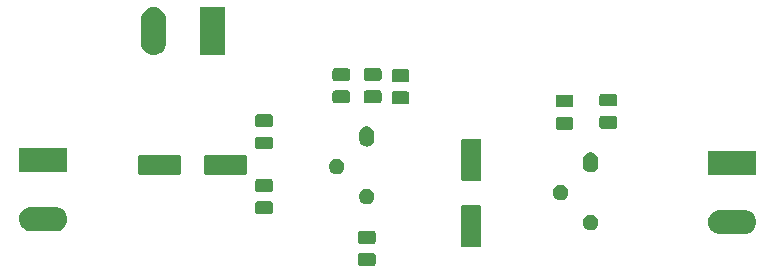
<source format=gbr>
G04 #@! TF.GenerationSoftware,KiCad,Pcbnew,(5.1.4)-1*
G04 #@! TF.CreationDate,2020-12-03T16:53:39+02:00*
G04 #@! TF.ProjectId,Single_transistor_AMP,53696e67-6c65-45f7-9472-616e73697374,V1.0*
G04 #@! TF.SameCoordinates,Original*
G04 #@! TF.FileFunction,Soldermask,Top*
G04 #@! TF.FilePolarity,Negative*
%FSLAX46Y46*%
G04 Gerber Fmt 4.6, Leading zero omitted, Abs format (unit mm)*
G04 Created by KiCad (PCBNEW (5.1.4)-1) date 2020-12-03 16:53:39*
%MOMM*%
%LPD*%
G04 APERTURE LIST*
%ADD10C,0.100000*%
G04 APERTURE END LIST*
D10*
G36*
X190734468Y-124741065D02*
G01*
X190773138Y-124752796D01*
X190808777Y-124771846D01*
X190840017Y-124797483D01*
X190865654Y-124828723D01*
X190884704Y-124864362D01*
X190896435Y-124903032D01*
X190901000Y-124949388D01*
X190901000Y-125600612D01*
X190896435Y-125646968D01*
X190884704Y-125685638D01*
X190865654Y-125721277D01*
X190840017Y-125752517D01*
X190808777Y-125778154D01*
X190773138Y-125797204D01*
X190734468Y-125808935D01*
X190688112Y-125813500D01*
X189611888Y-125813500D01*
X189565532Y-125808935D01*
X189526862Y-125797204D01*
X189491223Y-125778154D01*
X189459983Y-125752517D01*
X189434346Y-125721277D01*
X189415296Y-125685638D01*
X189403565Y-125646968D01*
X189399000Y-125600612D01*
X189399000Y-124949388D01*
X189403565Y-124903032D01*
X189415296Y-124864362D01*
X189434346Y-124828723D01*
X189459983Y-124797483D01*
X189491223Y-124771846D01*
X189526862Y-124752796D01*
X189565532Y-124741065D01*
X189611888Y-124736500D01*
X190688112Y-124736500D01*
X190734468Y-124741065D01*
X190734468Y-124741065D01*
G37*
G36*
X199705997Y-120653051D02*
G01*
X199739652Y-120663261D01*
X199770665Y-120679838D01*
X199797851Y-120702149D01*
X199820162Y-120729335D01*
X199836739Y-120760348D01*
X199846949Y-120794003D01*
X199851000Y-120835138D01*
X199851000Y-124064862D01*
X199846949Y-124105997D01*
X199836739Y-124139652D01*
X199820162Y-124170665D01*
X199797851Y-124197851D01*
X199770665Y-124220162D01*
X199739652Y-124236739D01*
X199705997Y-124246949D01*
X199664862Y-124251000D01*
X198335138Y-124251000D01*
X198294003Y-124246949D01*
X198260348Y-124236739D01*
X198229335Y-124220162D01*
X198202149Y-124197851D01*
X198179838Y-124170665D01*
X198163261Y-124139652D01*
X198153051Y-124105997D01*
X198149000Y-124064862D01*
X198149000Y-120835138D01*
X198153051Y-120794003D01*
X198163261Y-120760348D01*
X198179838Y-120729335D01*
X198202149Y-120702149D01*
X198229335Y-120679838D01*
X198260348Y-120663261D01*
X198294003Y-120653051D01*
X198335138Y-120649000D01*
X199664862Y-120649000D01*
X199705997Y-120653051D01*
X199705997Y-120653051D01*
G37*
G36*
X190734468Y-122866065D02*
G01*
X190773138Y-122877796D01*
X190808777Y-122896846D01*
X190840017Y-122922483D01*
X190865654Y-122953723D01*
X190884704Y-122989362D01*
X190896435Y-123028032D01*
X190901000Y-123074388D01*
X190901000Y-123725612D01*
X190896435Y-123771968D01*
X190884704Y-123810638D01*
X190865654Y-123846277D01*
X190840017Y-123877517D01*
X190808777Y-123903154D01*
X190773138Y-123922204D01*
X190734468Y-123933935D01*
X190688112Y-123938500D01*
X189611888Y-123938500D01*
X189565532Y-123933935D01*
X189526862Y-123922204D01*
X189491223Y-123903154D01*
X189459983Y-123877517D01*
X189434346Y-123846277D01*
X189415296Y-123810638D01*
X189403565Y-123771968D01*
X189399000Y-123725612D01*
X189399000Y-123074388D01*
X189403565Y-123028032D01*
X189415296Y-122989362D01*
X189434346Y-122953723D01*
X189459983Y-122922483D01*
X189491223Y-122896846D01*
X189526862Y-122877796D01*
X189565532Y-122866065D01*
X189611888Y-122861500D01*
X190688112Y-122861500D01*
X190734468Y-122866065D01*
X190734468Y-122866065D01*
G37*
G36*
X222192112Y-121064021D02*
G01*
X222294072Y-121074063D01*
X222490301Y-121133589D01*
X222490303Y-121133590D01*
X222671145Y-121230252D01*
X222829660Y-121360340D01*
X222959748Y-121518855D01*
X223027670Y-121645928D01*
X223056411Y-121699699D01*
X223115937Y-121895928D01*
X223136036Y-122100000D01*
X223115937Y-122304072D01*
X223056411Y-122500301D01*
X223056410Y-122500303D01*
X222959748Y-122681145D01*
X222829660Y-122839660D01*
X222671145Y-122969748D01*
X222562103Y-123028032D01*
X222490301Y-123066411D01*
X222294072Y-123125937D01*
X222192112Y-123135979D01*
X222141133Y-123141000D01*
X220058867Y-123141000D01*
X220007888Y-123135979D01*
X219905928Y-123125937D01*
X219709699Y-123066411D01*
X219637897Y-123028032D01*
X219528855Y-122969748D01*
X219370340Y-122839660D01*
X219240252Y-122681145D01*
X219143590Y-122500303D01*
X219143589Y-122500301D01*
X219084063Y-122304072D01*
X219063964Y-122100000D01*
X219084063Y-121895928D01*
X219143589Y-121699699D01*
X219172330Y-121645928D01*
X219240252Y-121518855D01*
X219370340Y-121360340D01*
X219528855Y-121230252D01*
X219709697Y-121133590D01*
X219709699Y-121133589D01*
X219905928Y-121074063D01*
X220007888Y-121064021D01*
X220058867Y-121059000D01*
X222141133Y-121059000D01*
X222192112Y-121064021D01*
X222192112Y-121064021D01*
G37*
G36*
X163833441Y-120813167D02*
G01*
X163944072Y-120824063D01*
X164140301Y-120883589D01*
X164140303Y-120883590D01*
X164321145Y-120980252D01*
X164479660Y-121110340D01*
X164609748Y-121268855D01*
X164678352Y-121397204D01*
X164706411Y-121449699D01*
X164765937Y-121645928D01*
X164786036Y-121850000D01*
X164765937Y-122054072D01*
X164742904Y-122130000D01*
X164706410Y-122250303D01*
X164609748Y-122431145D01*
X164479660Y-122589660D01*
X164321145Y-122719748D01*
X164224174Y-122771580D01*
X164140301Y-122816411D01*
X163944072Y-122875937D01*
X163842112Y-122885979D01*
X163791133Y-122891000D01*
X161708867Y-122891000D01*
X161657888Y-122885979D01*
X161555928Y-122875937D01*
X161359699Y-122816411D01*
X161275826Y-122771580D01*
X161178855Y-122719748D01*
X161020340Y-122589660D01*
X160890252Y-122431145D01*
X160793590Y-122250303D01*
X160757096Y-122130000D01*
X160734063Y-122054072D01*
X160713964Y-121850000D01*
X160734063Y-121645928D01*
X160793589Y-121449699D01*
X160821648Y-121397204D01*
X160890252Y-121268855D01*
X161020340Y-121110340D01*
X161178855Y-120980252D01*
X161359697Y-120883590D01*
X161359699Y-120883589D01*
X161555928Y-120824063D01*
X161666559Y-120813167D01*
X161708867Y-120809000D01*
X163791133Y-120809000D01*
X163833441Y-120813167D01*
X163833441Y-120813167D01*
G37*
G36*
X209163855Y-121482140D02*
G01*
X209227618Y-121488420D01*
X209318404Y-121515960D01*
X209350336Y-121525646D01*
X209463425Y-121586094D01*
X209562554Y-121667446D01*
X209643906Y-121766575D01*
X209704354Y-121879664D01*
X209709288Y-121895930D01*
X209741580Y-122002382D01*
X209754149Y-122130000D01*
X209741580Y-122257618D01*
X209727489Y-122304070D01*
X209704354Y-122380336D01*
X209643906Y-122493425D01*
X209562554Y-122592554D01*
X209463425Y-122673906D01*
X209350336Y-122734354D01*
X209318404Y-122744040D01*
X209227618Y-122771580D01*
X209163855Y-122777860D01*
X209131974Y-122781000D01*
X209068026Y-122781000D01*
X209036145Y-122777860D01*
X208972382Y-122771580D01*
X208881596Y-122744040D01*
X208849664Y-122734354D01*
X208736575Y-122673906D01*
X208637446Y-122592554D01*
X208556094Y-122493425D01*
X208495646Y-122380336D01*
X208472511Y-122304070D01*
X208458420Y-122257618D01*
X208445851Y-122130000D01*
X208458420Y-122002382D01*
X208490712Y-121895930D01*
X208495646Y-121879664D01*
X208556094Y-121766575D01*
X208637446Y-121667446D01*
X208736575Y-121586094D01*
X208849664Y-121525646D01*
X208881596Y-121515960D01*
X208972382Y-121488420D01*
X209036145Y-121482140D01*
X209068026Y-121479000D01*
X209131974Y-121479000D01*
X209163855Y-121482140D01*
X209163855Y-121482140D01*
G37*
G36*
X182034468Y-120341065D02*
G01*
X182073138Y-120352796D01*
X182108777Y-120371846D01*
X182140017Y-120397483D01*
X182165654Y-120428723D01*
X182184704Y-120464362D01*
X182196435Y-120503032D01*
X182201000Y-120549388D01*
X182201000Y-121200612D01*
X182196435Y-121246968D01*
X182184704Y-121285638D01*
X182165654Y-121321277D01*
X182140017Y-121352517D01*
X182108777Y-121378154D01*
X182073138Y-121397204D01*
X182034468Y-121408935D01*
X181988112Y-121413500D01*
X180911888Y-121413500D01*
X180865532Y-121408935D01*
X180826862Y-121397204D01*
X180791223Y-121378154D01*
X180759983Y-121352517D01*
X180734346Y-121321277D01*
X180715296Y-121285638D01*
X180703565Y-121246968D01*
X180699000Y-121200612D01*
X180699000Y-120549388D01*
X180703565Y-120503032D01*
X180715296Y-120464362D01*
X180734346Y-120428723D01*
X180759983Y-120397483D01*
X180791223Y-120371846D01*
X180826862Y-120352796D01*
X180865532Y-120341065D01*
X180911888Y-120336500D01*
X181988112Y-120336500D01*
X182034468Y-120341065D01*
X182034468Y-120341065D01*
G37*
G36*
X190213855Y-119282140D02*
G01*
X190277618Y-119288420D01*
X190368404Y-119315960D01*
X190400336Y-119325646D01*
X190513425Y-119386094D01*
X190612554Y-119467446D01*
X190693906Y-119566575D01*
X190754354Y-119679664D01*
X190754355Y-119679668D01*
X190791580Y-119802382D01*
X190804149Y-119930000D01*
X190791580Y-120057618D01*
X190768438Y-120133906D01*
X190754354Y-120180336D01*
X190693906Y-120293425D01*
X190612554Y-120392554D01*
X190513425Y-120473906D01*
X190400336Y-120534354D01*
X190368404Y-120544040D01*
X190277618Y-120571580D01*
X190213855Y-120577860D01*
X190181974Y-120581000D01*
X190118026Y-120581000D01*
X190086145Y-120577860D01*
X190022382Y-120571580D01*
X189931596Y-120544040D01*
X189899664Y-120534354D01*
X189786575Y-120473906D01*
X189687446Y-120392554D01*
X189606094Y-120293425D01*
X189545646Y-120180336D01*
X189531562Y-120133906D01*
X189508420Y-120057618D01*
X189495851Y-119930000D01*
X189508420Y-119802382D01*
X189545645Y-119679668D01*
X189545646Y-119679664D01*
X189606094Y-119566575D01*
X189687446Y-119467446D01*
X189786575Y-119386094D01*
X189899664Y-119325646D01*
X189931596Y-119315960D01*
X190022382Y-119288420D01*
X190086145Y-119282140D01*
X190118026Y-119279000D01*
X190181974Y-119279000D01*
X190213855Y-119282140D01*
X190213855Y-119282140D01*
G37*
G36*
X206623855Y-118942140D02*
G01*
X206687618Y-118948420D01*
X206778404Y-118975960D01*
X206810336Y-118985646D01*
X206923425Y-119046094D01*
X207022554Y-119127446D01*
X207103906Y-119226575D01*
X207164354Y-119339664D01*
X207164355Y-119339668D01*
X207201580Y-119462382D01*
X207214149Y-119590000D01*
X207201580Y-119717618D01*
X207175867Y-119802382D01*
X207164354Y-119840336D01*
X207103906Y-119953425D01*
X207022554Y-120052554D01*
X206923425Y-120133906D01*
X206810336Y-120194354D01*
X206778404Y-120204040D01*
X206687618Y-120231580D01*
X206623855Y-120237860D01*
X206591974Y-120241000D01*
X206528026Y-120241000D01*
X206496145Y-120237860D01*
X206432382Y-120231580D01*
X206341596Y-120204040D01*
X206309664Y-120194354D01*
X206196575Y-120133906D01*
X206097446Y-120052554D01*
X206016094Y-119953425D01*
X205955646Y-119840336D01*
X205944133Y-119802382D01*
X205918420Y-119717618D01*
X205905851Y-119590000D01*
X205918420Y-119462382D01*
X205955645Y-119339668D01*
X205955646Y-119339664D01*
X206016094Y-119226575D01*
X206097446Y-119127446D01*
X206196575Y-119046094D01*
X206309664Y-118985646D01*
X206341596Y-118975960D01*
X206432382Y-118948420D01*
X206496145Y-118942140D01*
X206528026Y-118939000D01*
X206591974Y-118939000D01*
X206623855Y-118942140D01*
X206623855Y-118942140D01*
G37*
G36*
X182034468Y-118466065D02*
G01*
X182073138Y-118477796D01*
X182108777Y-118496846D01*
X182140017Y-118522483D01*
X182165654Y-118553723D01*
X182184704Y-118589362D01*
X182196435Y-118628032D01*
X182201000Y-118674388D01*
X182201000Y-119325612D01*
X182196435Y-119371968D01*
X182184704Y-119410638D01*
X182165654Y-119446277D01*
X182140017Y-119477517D01*
X182108777Y-119503154D01*
X182073138Y-119522204D01*
X182034468Y-119533935D01*
X181988112Y-119538500D01*
X180911888Y-119538500D01*
X180865532Y-119533935D01*
X180826862Y-119522204D01*
X180791223Y-119503154D01*
X180759983Y-119477517D01*
X180734346Y-119446277D01*
X180715296Y-119410638D01*
X180703565Y-119371968D01*
X180699000Y-119325612D01*
X180699000Y-118674388D01*
X180703565Y-118628032D01*
X180715296Y-118589362D01*
X180734346Y-118553723D01*
X180759983Y-118522483D01*
X180791223Y-118496846D01*
X180826862Y-118477796D01*
X180865532Y-118466065D01*
X180911888Y-118461500D01*
X181988112Y-118461500D01*
X182034468Y-118466065D01*
X182034468Y-118466065D01*
G37*
G36*
X199705997Y-115053051D02*
G01*
X199739652Y-115063261D01*
X199770665Y-115079838D01*
X199797851Y-115102149D01*
X199820162Y-115129335D01*
X199836739Y-115160348D01*
X199846949Y-115194003D01*
X199851000Y-115235138D01*
X199851000Y-118464862D01*
X199846949Y-118505997D01*
X199836739Y-118539652D01*
X199820162Y-118570665D01*
X199797851Y-118597851D01*
X199770665Y-118620162D01*
X199739652Y-118636739D01*
X199705997Y-118646949D01*
X199664862Y-118651000D01*
X198335138Y-118651000D01*
X198294003Y-118646949D01*
X198260348Y-118636739D01*
X198229335Y-118620162D01*
X198202149Y-118597851D01*
X198179838Y-118570665D01*
X198163261Y-118539652D01*
X198153051Y-118505997D01*
X198149000Y-118464862D01*
X198149000Y-115235138D01*
X198153051Y-115194003D01*
X198163261Y-115160348D01*
X198179838Y-115129335D01*
X198202149Y-115102149D01*
X198229335Y-115079838D01*
X198260348Y-115063261D01*
X198294003Y-115053051D01*
X198335138Y-115049000D01*
X199664862Y-115049000D01*
X199705997Y-115053051D01*
X199705997Y-115053051D01*
G37*
G36*
X223131000Y-118141000D02*
G01*
X219069000Y-118141000D01*
X219069000Y-116059000D01*
X223131000Y-116059000D01*
X223131000Y-118141000D01*
X223131000Y-118141000D01*
G37*
G36*
X179855997Y-116403051D02*
G01*
X179889652Y-116413261D01*
X179920665Y-116429838D01*
X179947851Y-116452149D01*
X179970162Y-116479335D01*
X179986739Y-116510348D01*
X179996949Y-116544003D01*
X180001000Y-116585138D01*
X180001000Y-117914862D01*
X179996949Y-117955997D01*
X179986739Y-117989652D01*
X179970162Y-118020665D01*
X179947851Y-118047851D01*
X179920665Y-118070162D01*
X179889652Y-118086739D01*
X179855997Y-118096949D01*
X179814862Y-118101000D01*
X176585138Y-118101000D01*
X176544003Y-118096949D01*
X176510348Y-118086739D01*
X176479335Y-118070162D01*
X176452149Y-118047851D01*
X176429838Y-118020665D01*
X176413261Y-117989652D01*
X176403051Y-117955997D01*
X176399000Y-117914862D01*
X176399000Y-116585138D01*
X176403051Y-116544003D01*
X176413261Y-116510348D01*
X176429838Y-116479335D01*
X176452149Y-116452149D01*
X176479335Y-116429838D01*
X176510348Y-116413261D01*
X176544003Y-116403051D01*
X176585138Y-116399000D01*
X179814862Y-116399000D01*
X179855997Y-116403051D01*
X179855997Y-116403051D01*
G37*
G36*
X174255997Y-116403051D02*
G01*
X174289652Y-116413261D01*
X174320665Y-116429838D01*
X174347851Y-116452149D01*
X174370162Y-116479335D01*
X174386739Y-116510348D01*
X174396949Y-116544003D01*
X174401000Y-116585138D01*
X174401000Y-117914862D01*
X174396949Y-117955997D01*
X174386739Y-117989652D01*
X174370162Y-118020665D01*
X174347851Y-118047851D01*
X174320665Y-118070162D01*
X174289652Y-118086739D01*
X174255997Y-118096949D01*
X174214862Y-118101000D01*
X170985138Y-118101000D01*
X170944003Y-118096949D01*
X170910348Y-118086739D01*
X170879335Y-118070162D01*
X170852149Y-118047851D01*
X170829838Y-118020665D01*
X170813261Y-117989652D01*
X170803051Y-117955997D01*
X170799000Y-117914862D01*
X170799000Y-116585138D01*
X170803051Y-116544003D01*
X170813261Y-116510348D01*
X170829838Y-116479335D01*
X170852149Y-116452149D01*
X170879335Y-116429838D01*
X170910348Y-116413261D01*
X170944003Y-116403051D01*
X170985138Y-116399000D01*
X174214862Y-116399000D01*
X174255997Y-116403051D01*
X174255997Y-116403051D01*
G37*
G36*
X187673855Y-116742140D02*
G01*
X187737618Y-116748420D01*
X187828404Y-116775960D01*
X187860336Y-116785646D01*
X187973425Y-116846094D01*
X188072554Y-116927446D01*
X188153906Y-117026575D01*
X188214354Y-117139664D01*
X188214355Y-117139668D01*
X188251580Y-117262382D01*
X188264149Y-117390000D01*
X188251580Y-117517618D01*
X188224040Y-117608404D01*
X188214354Y-117640336D01*
X188153906Y-117753425D01*
X188072554Y-117852554D01*
X187973425Y-117933906D01*
X187860336Y-117994354D01*
X187828404Y-118004040D01*
X187737618Y-118031580D01*
X187673855Y-118037860D01*
X187641974Y-118041000D01*
X187578026Y-118041000D01*
X187546145Y-118037860D01*
X187482382Y-118031580D01*
X187391596Y-118004040D01*
X187359664Y-117994354D01*
X187246575Y-117933906D01*
X187147446Y-117852554D01*
X187066094Y-117753425D01*
X187005646Y-117640336D01*
X186995960Y-117608404D01*
X186968420Y-117517618D01*
X186955851Y-117390000D01*
X186968420Y-117262382D01*
X187005645Y-117139668D01*
X187005646Y-117139664D01*
X187066094Y-117026575D01*
X187147446Y-116927446D01*
X187246575Y-116846094D01*
X187359664Y-116785646D01*
X187391596Y-116775960D01*
X187482382Y-116748420D01*
X187546145Y-116742140D01*
X187578026Y-116739000D01*
X187641974Y-116739000D01*
X187673855Y-116742140D01*
X187673855Y-116742140D01*
G37*
G36*
X209227618Y-116208420D02*
G01*
X209318404Y-116235960D01*
X209350336Y-116245646D01*
X209463425Y-116306094D01*
X209562554Y-116387446D01*
X209643906Y-116486575D01*
X209704354Y-116599664D01*
X209704355Y-116599668D01*
X209741580Y-116722382D01*
X209751000Y-116818028D01*
X209751000Y-117281973D01*
X209741580Y-117377618D01*
X209714040Y-117468404D01*
X209704354Y-117500336D01*
X209643906Y-117613425D01*
X209562554Y-117712553D01*
X209463424Y-117793906D01*
X209350335Y-117854354D01*
X209318403Y-117864040D01*
X209227617Y-117891580D01*
X209100000Y-117904149D01*
X208972382Y-117891580D01*
X208881596Y-117864040D01*
X208849664Y-117854354D01*
X208736575Y-117793906D01*
X208637447Y-117712554D01*
X208556094Y-117613424D01*
X208495646Y-117500335D01*
X208485960Y-117468403D01*
X208458420Y-117377617D01*
X208449000Y-117281972D01*
X208449000Y-116818027D01*
X208458420Y-116722382D01*
X208495645Y-116599668D01*
X208495646Y-116599664D01*
X208556094Y-116486575D01*
X208637447Y-116387447D01*
X208736576Y-116306094D01*
X208849665Y-116245646D01*
X208881597Y-116235960D01*
X208972383Y-116208420D01*
X209100000Y-116195851D01*
X209227618Y-116208420D01*
X209227618Y-116208420D01*
G37*
G36*
X164781000Y-117891000D02*
G01*
X160719000Y-117891000D01*
X160719000Y-115809000D01*
X164781000Y-115809000D01*
X164781000Y-117891000D01*
X164781000Y-117891000D01*
G37*
G36*
X182034468Y-114866065D02*
G01*
X182073138Y-114877796D01*
X182108777Y-114896846D01*
X182140017Y-114922483D01*
X182165654Y-114953723D01*
X182184704Y-114989362D01*
X182196435Y-115028032D01*
X182201000Y-115074388D01*
X182201000Y-115725612D01*
X182196435Y-115771968D01*
X182184704Y-115810638D01*
X182165654Y-115846277D01*
X182140017Y-115877517D01*
X182108777Y-115903154D01*
X182073138Y-115922204D01*
X182034468Y-115933935D01*
X181988112Y-115938500D01*
X180911888Y-115938500D01*
X180865532Y-115933935D01*
X180826862Y-115922204D01*
X180791223Y-115903154D01*
X180759983Y-115877517D01*
X180734346Y-115846277D01*
X180715296Y-115810638D01*
X180703565Y-115771968D01*
X180699000Y-115725612D01*
X180699000Y-115074388D01*
X180703565Y-115028032D01*
X180715296Y-114989362D01*
X180734346Y-114953723D01*
X180759983Y-114922483D01*
X180791223Y-114896846D01*
X180826862Y-114877796D01*
X180865532Y-114866065D01*
X180911888Y-114861500D01*
X181988112Y-114861500D01*
X182034468Y-114866065D01*
X182034468Y-114866065D01*
G37*
G36*
X190277618Y-114008420D02*
G01*
X190342672Y-114028154D01*
X190400336Y-114045646D01*
X190513425Y-114106094D01*
X190612554Y-114187446D01*
X190693906Y-114286575D01*
X190754354Y-114399664D01*
X190754355Y-114399668D01*
X190791580Y-114522382D01*
X190801000Y-114618028D01*
X190801000Y-115081973D01*
X190791580Y-115177618D01*
X190780796Y-115213167D01*
X190754354Y-115300336D01*
X190693906Y-115413425D01*
X190612554Y-115512553D01*
X190513424Y-115593906D01*
X190400335Y-115654354D01*
X190368403Y-115664040D01*
X190277617Y-115691580D01*
X190150000Y-115704149D01*
X190022382Y-115691580D01*
X189931596Y-115664040D01*
X189899664Y-115654354D01*
X189786575Y-115593906D01*
X189687447Y-115512554D01*
X189606094Y-115413424D01*
X189545646Y-115300335D01*
X189513391Y-115194003D01*
X189508420Y-115177617D01*
X189499000Y-115081972D01*
X189499000Y-114618027D01*
X189508420Y-114522382D01*
X189545645Y-114399668D01*
X189545646Y-114399664D01*
X189606094Y-114286575D01*
X189687447Y-114187447D01*
X189786576Y-114106094D01*
X189899665Y-114045646D01*
X189957329Y-114028154D01*
X190022383Y-114008420D01*
X190150000Y-113995851D01*
X190277618Y-114008420D01*
X190277618Y-114008420D01*
G37*
G36*
X207484468Y-113203565D02*
G01*
X207523138Y-113215296D01*
X207558777Y-113234346D01*
X207590017Y-113259983D01*
X207615654Y-113291223D01*
X207634704Y-113326862D01*
X207646435Y-113365532D01*
X207651000Y-113411888D01*
X207651000Y-114063112D01*
X207646435Y-114109468D01*
X207634704Y-114148138D01*
X207615654Y-114183777D01*
X207590017Y-114215017D01*
X207558777Y-114240654D01*
X207523138Y-114259704D01*
X207484468Y-114271435D01*
X207438112Y-114276000D01*
X206361888Y-114276000D01*
X206315532Y-114271435D01*
X206276862Y-114259704D01*
X206241223Y-114240654D01*
X206209983Y-114215017D01*
X206184346Y-114183777D01*
X206165296Y-114148138D01*
X206153565Y-114109468D01*
X206149000Y-114063112D01*
X206149000Y-113411888D01*
X206153565Y-113365532D01*
X206165296Y-113326862D01*
X206184346Y-113291223D01*
X206209983Y-113259983D01*
X206241223Y-113234346D01*
X206276862Y-113215296D01*
X206315532Y-113203565D01*
X206361888Y-113199000D01*
X207438112Y-113199000D01*
X207484468Y-113203565D01*
X207484468Y-113203565D01*
G37*
G36*
X211184468Y-113116065D02*
G01*
X211223138Y-113127796D01*
X211258777Y-113146846D01*
X211290017Y-113172483D01*
X211315654Y-113203723D01*
X211334704Y-113239362D01*
X211346435Y-113278032D01*
X211351000Y-113324388D01*
X211351000Y-113975612D01*
X211346435Y-114021968D01*
X211334704Y-114060638D01*
X211315654Y-114096277D01*
X211290017Y-114127517D01*
X211258777Y-114153154D01*
X211223138Y-114172204D01*
X211184468Y-114183935D01*
X211138112Y-114188500D01*
X210061888Y-114188500D01*
X210015532Y-114183935D01*
X209976862Y-114172204D01*
X209941223Y-114153154D01*
X209909983Y-114127517D01*
X209884346Y-114096277D01*
X209865296Y-114060638D01*
X209853565Y-114021968D01*
X209849000Y-113975612D01*
X209849000Y-113324388D01*
X209853565Y-113278032D01*
X209865296Y-113239362D01*
X209884346Y-113203723D01*
X209909983Y-113172483D01*
X209941223Y-113146846D01*
X209976862Y-113127796D01*
X210015532Y-113116065D01*
X210061888Y-113111500D01*
X211138112Y-113111500D01*
X211184468Y-113116065D01*
X211184468Y-113116065D01*
G37*
G36*
X182034468Y-112991065D02*
G01*
X182073138Y-113002796D01*
X182108777Y-113021846D01*
X182140017Y-113047483D01*
X182165654Y-113078723D01*
X182184704Y-113114362D01*
X182196435Y-113153032D01*
X182201000Y-113199388D01*
X182201000Y-113850612D01*
X182196435Y-113896968D01*
X182184704Y-113935638D01*
X182165654Y-113971277D01*
X182140017Y-114002517D01*
X182108777Y-114028154D01*
X182073138Y-114047204D01*
X182034468Y-114058935D01*
X181988112Y-114063500D01*
X180911888Y-114063500D01*
X180865532Y-114058935D01*
X180826862Y-114047204D01*
X180791223Y-114028154D01*
X180759983Y-114002517D01*
X180734346Y-113971277D01*
X180715296Y-113935638D01*
X180703565Y-113896968D01*
X180699000Y-113850612D01*
X180699000Y-113199388D01*
X180703565Y-113153032D01*
X180715296Y-113114362D01*
X180734346Y-113078723D01*
X180759983Y-113047483D01*
X180791223Y-113021846D01*
X180826862Y-113002796D01*
X180865532Y-112991065D01*
X180911888Y-112986500D01*
X181988112Y-112986500D01*
X182034468Y-112991065D01*
X182034468Y-112991065D01*
G37*
G36*
X207484468Y-111328565D02*
G01*
X207523138Y-111340296D01*
X207558777Y-111359346D01*
X207590017Y-111384983D01*
X207615654Y-111416223D01*
X207634704Y-111451862D01*
X207646435Y-111490532D01*
X207651000Y-111536888D01*
X207651000Y-112188112D01*
X207646435Y-112234468D01*
X207634704Y-112273138D01*
X207615654Y-112308777D01*
X207590017Y-112340017D01*
X207558777Y-112365654D01*
X207523138Y-112384704D01*
X207484468Y-112396435D01*
X207438112Y-112401000D01*
X206361888Y-112401000D01*
X206315532Y-112396435D01*
X206276862Y-112384704D01*
X206241223Y-112365654D01*
X206209983Y-112340017D01*
X206184346Y-112308777D01*
X206165296Y-112273138D01*
X206153565Y-112234468D01*
X206149000Y-112188112D01*
X206149000Y-111536888D01*
X206153565Y-111490532D01*
X206165296Y-111451862D01*
X206184346Y-111416223D01*
X206209983Y-111384983D01*
X206241223Y-111359346D01*
X206276862Y-111340296D01*
X206315532Y-111328565D01*
X206361888Y-111324000D01*
X207438112Y-111324000D01*
X207484468Y-111328565D01*
X207484468Y-111328565D01*
G37*
G36*
X211184468Y-111241065D02*
G01*
X211223138Y-111252796D01*
X211258777Y-111271846D01*
X211290017Y-111297483D01*
X211315654Y-111328723D01*
X211334704Y-111364362D01*
X211346435Y-111403032D01*
X211351000Y-111449388D01*
X211351000Y-112100612D01*
X211346435Y-112146968D01*
X211334704Y-112185638D01*
X211315654Y-112221277D01*
X211290017Y-112252517D01*
X211258777Y-112278154D01*
X211223138Y-112297204D01*
X211184468Y-112308935D01*
X211138112Y-112313500D01*
X210061888Y-112313500D01*
X210015532Y-112308935D01*
X209976862Y-112297204D01*
X209941223Y-112278154D01*
X209909983Y-112252517D01*
X209884346Y-112221277D01*
X209865296Y-112185638D01*
X209853565Y-112146968D01*
X209849000Y-112100612D01*
X209849000Y-111449388D01*
X209853565Y-111403032D01*
X209865296Y-111364362D01*
X209884346Y-111328723D01*
X209909983Y-111297483D01*
X209941223Y-111271846D01*
X209976862Y-111252796D01*
X210015532Y-111241065D01*
X210061888Y-111236500D01*
X211138112Y-111236500D01*
X211184468Y-111241065D01*
X211184468Y-111241065D01*
G37*
G36*
X193584468Y-111041065D02*
G01*
X193623138Y-111052796D01*
X193658777Y-111071846D01*
X193690017Y-111097483D01*
X193715654Y-111128723D01*
X193734704Y-111164362D01*
X193746435Y-111203032D01*
X193751000Y-111249388D01*
X193751000Y-111900612D01*
X193746435Y-111946968D01*
X193734704Y-111985638D01*
X193715654Y-112021277D01*
X193690017Y-112052517D01*
X193658777Y-112078154D01*
X193623138Y-112097204D01*
X193584468Y-112108935D01*
X193538112Y-112113500D01*
X192461888Y-112113500D01*
X192415532Y-112108935D01*
X192376862Y-112097204D01*
X192341223Y-112078154D01*
X192309983Y-112052517D01*
X192284346Y-112021277D01*
X192265296Y-111985638D01*
X192253565Y-111946968D01*
X192249000Y-111900612D01*
X192249000Y-111249388D01*
X192253565Y-111203032D01*
X192265296Y-111164362D01*
X192284346Y-111128723D01*
X192309983Y-111097483D01*
X192341223Y-111071846D01*
X192376862Y-111052796D01*
X192415532Y-111041065D01*
X192461888Y-111036500D01*
X193538112Y-111036500D01*
X193584468Y-111041065D01*
X193584468Y-111041065D01*
G37*
G36*
X188584468Y-110966065D02*
G01*
X188623138Y-110977796D01*
X188658777Y-110996846D01*
X188690017Y-111022483D01*
X188715654Y-111053723D01*
X188734704Y-111089362D01*
X188746435Y-111128032D01*
X188751000Y-111174388D01*
X188751000Y-111825612D01*
X188746435Y-111871968D01*
X188734704Y-111910638D01*
X188715654Y-111946277D01*
X188690017Y-111977517D01*
X188658777Y-112003154D01*
X188623138Y-112022204D01*
X188584468Y-112033935D01*
X188538112Y-112038500D01*
X187461888Y-112038500D01*
X187415532Y-112033935D01*
X187376862Y-112022204D01*
X187341223Y-112003154D01*
X187309983Y-111977517D01*
X187284346Y-111946277D01*
X187265296Y-111910638D01*
X187253565Y-111871968D01*
X187249000Y-111825612D01*
X187249000Y-111174388D01*
X187253565Y-111128032D01*
X187265296Y-111089362D01*
X187284346Y-111053723D01*
X187309983Y-111022483D01*
X187341223Y-110996846D01*
X187376862Y-110977796D01*
X187415532Y-110966065D01*
X187461888Y-110961500D01*
X188538112Y-110961500D01*
X188584468Y-110966065D01*
X188584468Y-110966065D01*
G37*
G36*
X191234468Y-110953565D02*
G01*
X191273138Y-110965296D01*
X191308777Y-110984346D01*
X191340017Y-111009983D01*
X191365654Y-111041223D01*
X191384704Y-111076862D01*
X191396435Y-111115532D01*
X191401000Y-111161888D01*
X191401000Y-111813112D01*
X191396435Y-111859468D01*
X191384704Y-111898138D01*
X191365654Y-111933777D01*
X191340017Y-111965017D01*
X191308777Y-111990654D01*
X191273138Y-112009704D01*
X191234468Y-112021435D01*
X191188112Y-112026000D01*
X190111888Y-112026000D01*
X190065532Y-112021435D01*
X190026862Y-112009704D01*
X189991223Y-111990654D01*
X189959983Y-111965017D01*
X189934346Y-111933777D01*
X189915296Y-111898138D01*
X189903565Y-111859468D01*
X189899000Y-111813112D01*
X189899000Y-111161888D01*
X189903565Y-111115532D01*
X189915296Y-111076862D01*
X189934346Y-111041223D01*
X189959983Y-111009983D01*
X189991223Y-110984346D01*
X190026862Y-110965296D01*
X190065532Y-110953565D01*
X190111888Y-110949000D01*
X191188112Y-110949000D01*
X191234468Y-110953565D01*
X191234468Y-110953565D01*
G37*
G36*
X193584468Y-109166065D02*
G01*
X193623138Y-109177796D01*
X193658777Y-109196846D01*
X193690017Y-109222483D01*
X193715654Y-109253723D01*
X193734704Y-109289362D01*
X193746435Y-109328032D01*
X193751000Y-109374388D01*
X193751000Y-110025612D01*
X193746435Y-110071968D01*
X193734704Y-110110638D01*
X193715654Y-110146277D01*
X193690017Y-110177517D01*
X193658777Y-110203154D01*
X193623138Y-110222204D01*
X193584468Y-110233935D01*
X193538112Y-110238500D01*
X192461888Y-110238500D01*
X192415532Y-110233935D01*
X192376862Y-110222204D01*
X192341223Y-110203154D01*
X192309983Y-110177517D01*
X192284346Y-110146277D01*
X192265296Y-110110638D01*
X192253565Y-110071968D01*
X192249000Y-110025612D01*
X192249000Y-109374388D01*
X192253565Y-109328032D01*
X192265296Y-109289362D01*
X192284346Y-109253723D01*
X192309983Y-109222483D01*
X192341223Y-109196846D01*
X192376862Y-109177796D01*
X192415532Y-109166065D01*
X192461888Y-109161500D01*
X193538112Y-109161500D01*
X193584468Y-109166065D01*
X193584468Y-109166065D01*
G37*
G36*
X188584468Y-109091065D02*
G01*
X188623138Y-109102796D01*
X188658777Y-109121846D01*
X188690017Y-109147483D01*
X188715654Y-109178723D01*
X188734704Y-109214362D01*
X188746435Y-109253032D01*
X188751000Y-109299388D01*
X188751000Y-109950612D01*
X188746435Y-109996968D01*
X188734704Y-110035638D01*
X188715654Y-110071277D01*
X188690017Y-110102517D01*
X188658777Y-110128154D01*
X188623138Y-110147204D01*
X188584468Y-110158935D01*
X188538112Y-110163500D01*
X187461888Y-110163500D01*
X187415532Y-110158935D01*
X187376862Y-110147204D01*
X187341223Y-110128154D01*
X187309983Y-110102517D01*
X187284346Y-110071277D01*
X187265296Y-110035638D01*
X187253565Y-109996968D01*
X187249000Y-109950612D01*
X187249000Y-109299388D01*
X187253565Y-109253032D01*
X187265296Y-109214362D01*
X187284346Y-109178723D01*
X187309983Y-109147483D01*
X187341223Y-109121846D01*
X187376862Y-109102796D01*
X187415532Y-109091065D01*
X187461888Y-109086500D01*
X188538112Y-109086500D01*
X188584468Y-109091065D01*
X188584468Y-109091065D01*
G37*
G36*
X191234468Y-109078565D02*
G01*
X191273138Y-109090296D01*
X191308777Y-109109346D01*
X191340017Y-109134983D01*
X191365654Y-109166223D01*
X191384704Y-109201862D01*
X191396435Y-109240532D01*
X191401000Y-109286888D01*
X191401000Y-109938112D01*
X191396435Y-109984468D01*
X191384704Y-110023138D01*
X191365654Y-110058777D01*
X191340017Y-110090017D01*
X191308777Y-110115654D01*
X191273138Y-110134704D01*
X191234468Y-110146435D01*
X191188112Y-110151000D01*
X190111888Y-110151000D01*
X190065532Y-110146435D01*
X190026862Y-110134704D01*
X189991223Y-110115654D01*
X189959983Y-110090017D01*
X189934346Y-110058777D01*
X189915296Y-110023138D01*
X189903565Y-109984468D01*
X189899000Y-109938112D01*
X189899000Y-109286888D01*
X189903565Y-109240532D01*
X189915296Y-109201862D01*
X189934346Y-109166223D01*
X189959983Y-109134983D01*
X189991223Y-109109346D01*
X190026862Y-109090296D01*
X190065532Y-109078565D01*
X190111888Y-109074000D01*
X191188112Y-109074000D01*
X191234468Y-109078565D01*
X191234468Y-109078565D01*
G37*
G36*
X172304072Y-103934063D02*
G01*
X172500301Y-103993589D01*
X172500303Y-103993590D01*
X172681145Y-104090252D01*
X172839660Y-104220340D01*
X172969747Y-104378854D01*
X173066411Y-104559699D01*
X173125937Y-104755928D01*
X173141000Y-104908868D01*
X173141000Y-106991132D01*
X173125937Y-107144072D01*
X173066411Y-107340300D01*
X173066410Y-107340303D01*
X172969748Y-107521145D01*
X172839660Y-107679660D01*
X172722437Y-107775860D01*
X172681146Y-107809747D01*
X172500300Y-107906411D01*
X172304071Y-107965937D01*
X172100000Y-107986036D01*
X171895928Y-107965937D01*
X171699699Y-107906411D01*
X171699697Y-107906410D01*
X171518855Y-107809748D01*
X171360340Y-107679660D01*
X171264140Y-107562437D01*
X171230253Y-107521146D01*
X171133589Y-107340300D01*
X171074063Y-107144071D01*
X171059000Y-106991131D01*
X171059001Y-104908868D01*
X171074064Y-104755928D01*
X171133590Y-104559699D01*
X171230254Y-104378854D01*
X171360341Y-104220340D01*
X171518856Y-104090252D01*
X171699698Y-103993590D01*
X171699700Y-103993589D01*
X171895929Y-103934063D01*
X172100000Y-103913964D01*
X172304072Y-103934063D01*
X172304072Y-103934063D01*
G37*
G36*
X178141000Y-107981000D02*
G01*
X176059000Y-107981000D01*
X176059000Y-103919000D01*
X178141000Y-103919000D01*
X178141000Y-107981000D01*
X178141000Y-107981000D01*
G37*
M02*

</source>
